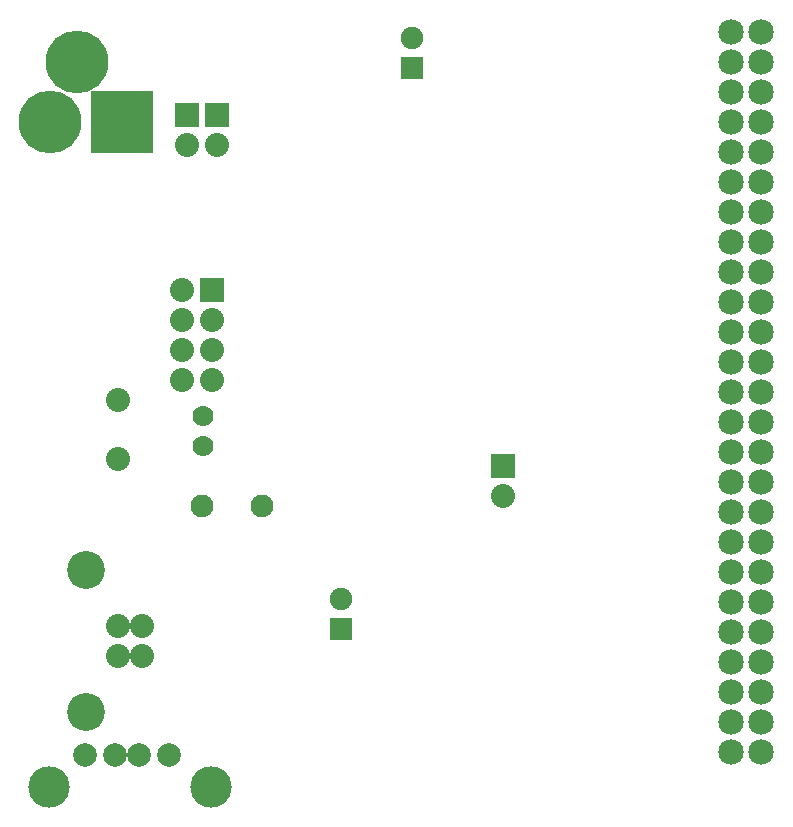
<source format=gbs>
G04 (created by PCBNEW-RS274X (2011-03-30 BZR 2932)-stable) date 30/04/2011 07:18:35 p.m.*
G01*
G70*
G90*
%MOIN*%
G04 Gerber Fmt 3.4, Leading zero omitted, Abs format*
%FSLAX34Y34*%
G04 APERTURE LIST*
%ADD10C,0.006000*%
%ADD11R,0.075000X0.075000*%
%ADD12C,0.075000*%
%ADD13R,0.080000X0.080000*%
%ADD14C,0.080000*%
%ADD15C,0.085000*%
%ADD16C,0.070000*%
%ADD17C,0.076000*%
%ADD18C,0.079100*%
%ADD19C,0.138100*%
%ADD20C,0.126300*%
%ADD21C,0.209000*%
%ADD22R,0.209000X0.209000*%
G04 APERTURE END LIST*
G54D10*
G54D11*
X22850Y-10950D03*
G54D12*
X22850Y-09950D03*
G54D11*
X20500Y-29650D03*
G54D12*
X20500Y-28650D03*
G54D13*
X16200Y-18350D03*
G54D14*
X15200Y-18350D03*
X16200Y-19350D03*
X15200Y-19350D03*
X16200Y-20350D03*
X15200Y-20350D03*
X16200Y-21350D03*
X15200Y-21350D03*
G54D15*
X33500Y-21750D03*
X34500Y-21750D03*
X33500Y-20750D03*
X34500Y-20750D03*
X33500Y-19750D03*
X34500Y-19750D03*
X34500Y-16750D03*
X33500Y-16750D03*
X34500Y-17750D03*
X33500Y-17750D03*
X34500Y-18750D03*
X33500Y-18750D03*
X33500Y-12750D03*
X34500Y-12750D03*
X33500Y-11750D03*
X34500Y-11750D03*
X34500Y-13750D03*
X33500Y-13750D03*
X34500Y-14750D03*
X33500Y-14750D03*
X34500Y-15750D03*
X33500Y-15750D03*
X33500Y-27750D03*
X34500Y-27750D03*
X33500Y-26750D03*
X34500Y-26750D03*
X33500Y-25750D03*
X34500Y-25750D03*
X34500Y-22750D03*
X33500Y-22750D03*
X34500Y-23750D03*
X33500Y-23750D03*
X34500Y-24750D03*
X33500Y-24750D03*
X33500Y-30750D03*
X34500Y-30750D03*
X33500Y-29750D03*
X34500Y-29750D03*
X33500Y-28750D03*
X34500Y-28750D03*
X34500Y-09750D03*
X33500Y-09750D03*
X34500Y-10750D03*
X33500Y-10750D03*
X34500Y-31750D03*
X33500Y-31750D03*
X34500Y-32750D03*
X33500Y-32750D03*
X34500Y-33750D03*
X33500Y-33750D03*
G54D16*
X15900Y-22550D03*
X15900Y-23550D03*
G54D14*
X13050Y-22016D03*
X13050Y-23984D03*
G54D17*
X17850Y-25550D03*
X15850Y-25550D03*
G54D13*
X16350Y-12500D03*
G54D14*
X16350Y-13500D03*
G54D13*
X15350Y-12500D03*
G54D14*
X15350Y-13500D03*
G54D18*
X11950Y-33850D03*
X12950Y-33850D03*
X13750Y-33850D03*
X14750Y-33850D03*
G54D19*
X10750Y-34900D03*
X16150Y-34900D03*
G54D14*
X13850Y-29550D03*
X13850Y-30550D03*
X13063Y-30550D03*
X13063Y-29550D03*
G54D20*
X12000Y-27688D03*
X12000Y-32412D03*
G54D13*
X25900Y-24200D03*
G54D14*
X25900Y-25200D03*
G54D21*
X10800Y-12750D03*
G54D22*
X13200Y-12750D03*
G54D21*
X11700Y-10750D03*
M02*

</source>
